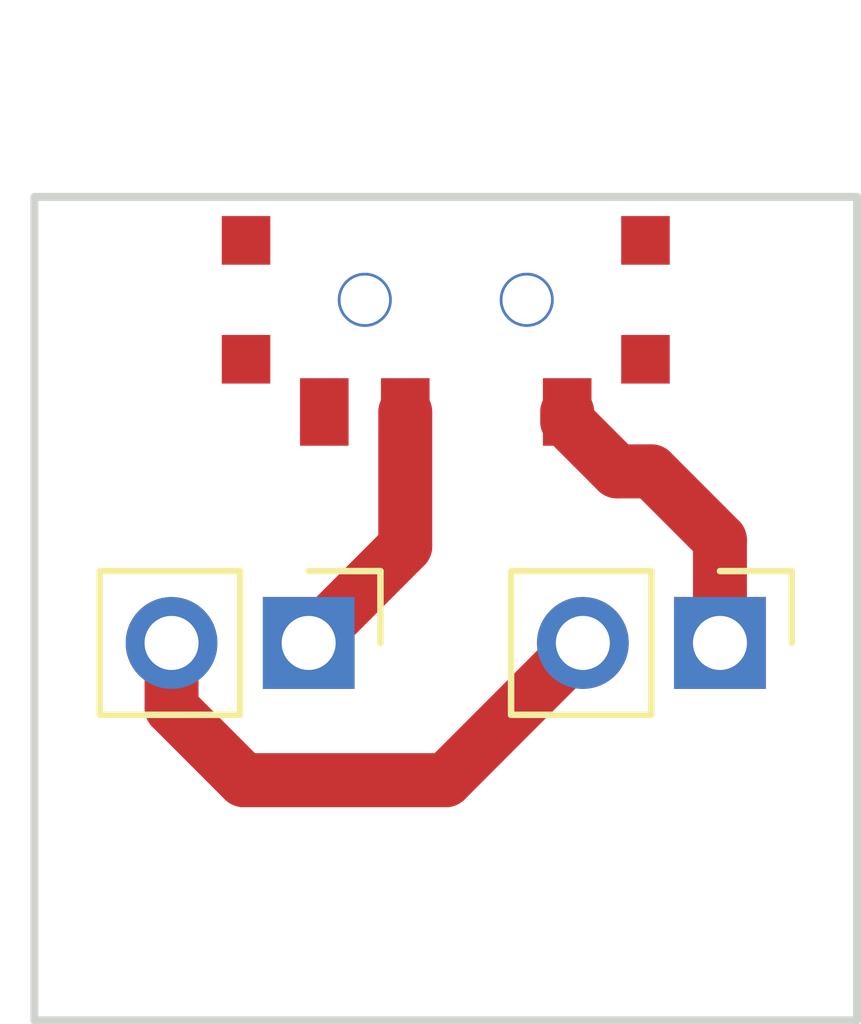
<source format=kicad_pcb>
(kicad_pcb (version 20240108) (generator "pcbnew") (generator_version "8.0")
  (layers (0 "F.Cu" signal) (31 "B.Cu" signal) (34 "B.Paste" user) (35 "F.Paste" user) (36 "B.SilkS" user "B.Silkscreen") (37 "F.SilkS" user "F.Silkscreen") (38 "B.Mask" user) (39 "F.Mask" user) (44 "Edge.Cuts" user))
  (net 0 "")
  (net 1 "Net-(J1-Pad1)")
  (net 2 "Net-(J1-Pad2)")
  (net 3 "Net-(J2-Pad1)")
  (footprint "E73:SPDT_C128955" (layer "F.Cu") (at 109.22 113.665)
    (property "Reference" "SW1" (hide yes))
    (property "Value" "SW_SPDT")
    (pad "" np_thru_hole circle (at -1.5 0) (size 1 1) (drill 0.9) (layers "*.Cu" "*.Mask"))
    (pad "" np_thru_hole circle (at 1.5 0) (size 1 1) (drill 0.9) (layers "*.Cu" "*.Mask"))
    (pad "0" smd rect (at -3.7 -1.1) (size 0.9 0.9) (layers "F.Cu" "F.Paste" "F.Mask"))
    (pad "0" smd rect (at -3.7 1.1) (size 0.9 0.9) (layers "F.Cu" "F.Paste" "F.Mask"))
    (pad "0" smd rect (at 3.7 -1.1) (size 0.9 0.9) (layers "F.Cu" "F.Paste" "F.Mask"))
    (pad "0" smd rect (at 3.7 1.1) (size 0.9 0.9) (layers "F.Cu" "F.Paste" "F.Mask"))
    (pad "1" smd rect (at 2.25 2.075) (size 0.9 1.25) (layers "F.Cu" "F.Paste" "F.Mask") (net 3 "Net-(J2-Pad1)"))
    (pad "2" smd rect (at -0.75 2.075) (size 0.9 1.25) (layers "F.Cu" "F.Paste" "F.Mask") (net 1 "Net-(J1-Pad1)"))
    (pad "3" smd rect (at -2.25 2.075) (size 0.9 1.25) (layers "F.Cu" "F.Paste" "F.Mask"))
  )
  (footprint "Pin_Headers:Pin_Header_Straight_1x02_Pitch2.54mm" (layer "F.Cu") (at 106.68 120.015 -90)
    (property "Reference" "J1" (hide yes))
    (property "Value" "Conn_01x02")
    (fp_line (start -1.33 3.87) (end 1.33 3.87) (stroke (width 0.12)) (layer "F.SilkS"))
    (fp_line (start -1.33 1.27) (end -1.33 3.87) (stroke (width 0.12)) (layer "F.SilkS"))
    (fp_line (start -1.33 1.27) (end 1.33 1.27) (stroke (width 0.12)) (layer "F.SilkS"))
    (fp_line (start 1.33 1.27) (end 1.33 3.87) (stroke (width 0.12)) (layer "F.SilkS"))
    (fp_line (start -1.33 0) (end -1.33 -1.33) (stroke (width 0.12)) (layer "F.SilkS"))
    (fp_line (start -1.33 -1.33) (end 0 -1.33) (stroke (width 0.12)) (layer "F.SilkS"))
    (pad "1" thru_hole rect (at 0 0 270) (size 1.7 1.7) (drill 1) (layers "*.Cu" "*.Mask") (net 1 "Net-(J1-Pad1)"))
    (pad "2" thru_hole oval (at 0 2.54 270) (size 1.7 1.7) (drill 1) (layers "*.Cu" "*.Mask") (net 2 "Net-(J1-Pad2)"))
  )
  (footprint "Pin_Headers:Pin_Header_Straight_1x02_Pitch2.54mm" (layer "F.Cu") (at 114.3 120.015 -90)
    (property "Reference" "J2" (hide yes))
    (property "Value" "Conn_01x02")
    (fp_line (start -1.33 3.87) (end 1.33 3.87) (stroke (width 0.12)) (layer "F.SilkS"))
    (fp_line (start -1.33 1.27) (end -1.33 3.87) (stroke (width 0.12)) (layer "F.SilkS"))
    (fp_line (start -1.33 1.27) (end 1.33 1.27) (stroke (width 0.12)) (layer "F.SilkS"))
    (fp_line (start 1.33 1.27) (end 1.33 3.87) (stroke (width 0.12)) (layer "F.SilkS"))
    (fp_line (start -1.33 0) (end -1.33 -1.33) (stroke (width 0.12)) (layer "F.SilkS"))
    (fp_line (start -1.33 -1.33) (end 0 -1.33) (stroke (width 0.12)) (layer "F.SilkS"))
    (pad "1" thru_hole rect (at 0 0 270) (size 1.7 1.7) (drill 1) (layers "*.Cu" "*.Mask") (net 3 "Net-(J2-Pad1)"))
    (pad "2" thru_hole oval (at 0 2.54 270) (size 1.7 1.7) (drill 1) (layers "*.Cu" "*.Mask") (net 2 "Net-(J1-Pad2)"))
  )
  (gr_line (start 116.84 127) (end 116.84 111.76) (stroke (width 0.15)) (layer "Edge.Cuts"))
  (gr_line (start 101.6 111.76) (end 101.6 127) (stroke (width 0.15)) (layer "Edge.Cuts"))
  (gr_line (start 101.6 127) (end 116.84 127) (stroke (width 0.15)) (layer "Edge.Cuts"))
  (gr_line (start 116.84 111.76) (end 101.6 111.76) (stroke (width 0.15)) (layer "Edge.Cuts"))
  (segment (start 108.47 115.74) (end 108.47 118.225) (width 1) (layer "F.Cu") (net 1))
  (segment (start 108.47 118.225) (end 106.68 120.015) (width 1) (layer "F.Cu") (net 1))
  (segment (start 104.14 120.015) (end 104.14 121.217081) (width 1) (layer "F.Cu") (net 2))
  (segment (start 104.14 121.217081) (end 105.477919 122.555) (width 1) (layer "F.Cu") (net 2))
  (segment (start 109.22 122.555) (end 111.76 120.015) (width 1) (layer "F.Cu") (net 2))
  (segment (start 105.477919 122.555) (end 109.22 122.555) (width 1) (layer "F.Cu") (net 2))
  (segment (start 114.3 118.11) (end 114.3 120.015) (width 1) (layer "F.Cu") (net 3))
  (segment (start 111.47 115.74) (end 111.47 115.915) (width 1) (layer "F.Cu") (net 3))
  (segment (start 111.47 115.915) (end 112.395 116.84) (width 1) (layer "F.Cu") (net 3))
  (segment (start 113.03 116.84) (end 114.3 118.11) (width 1) (layer "F.Cu") (net 3))
  (segment (start 112.395 116.84) (end 113.03 116.84) (width 1) (layer "F.Cu") (net 3))
)
</source>
